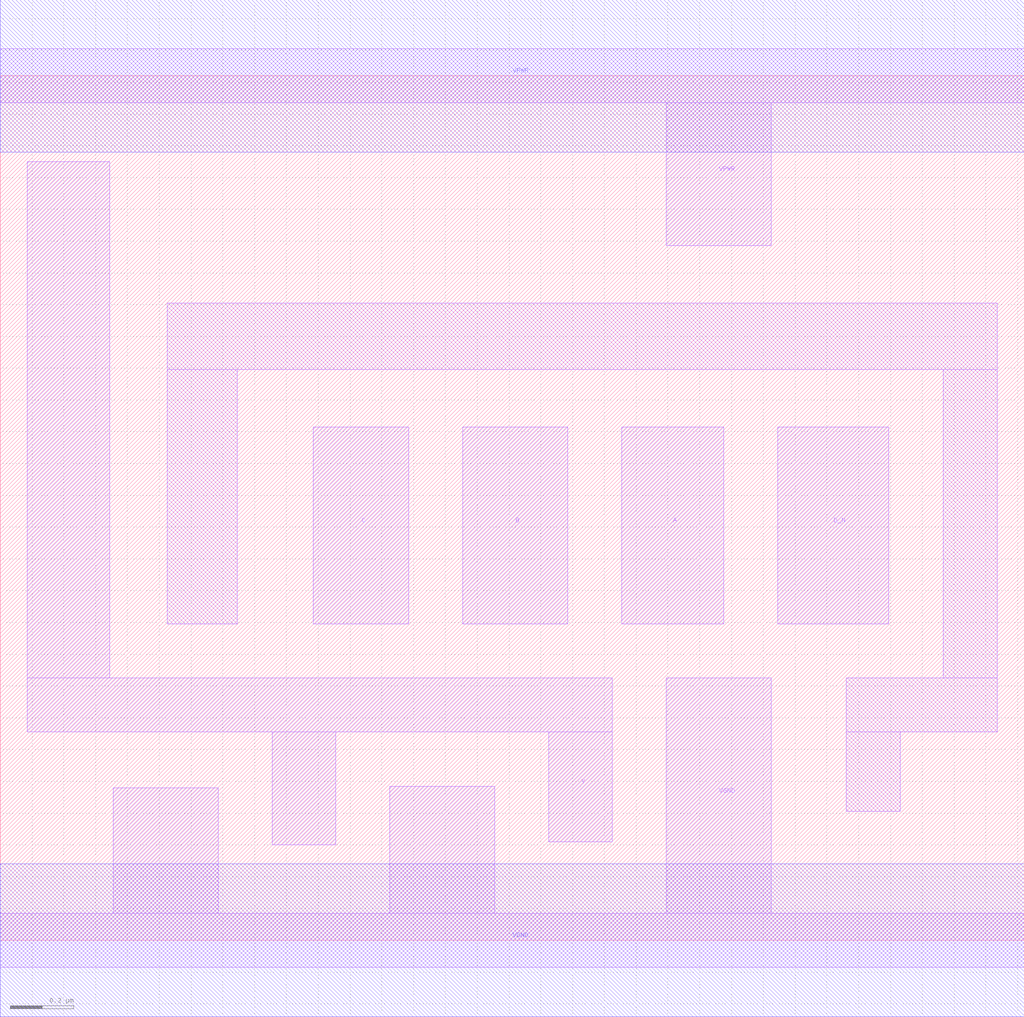
<source format=lef>
# Copyright 2020 The SkyWater PDK Authors
#
# Licensed under the Apache License, Version 2.0 (the "License");
# you may not use this file except in compliance with the License.
# You may obtain a copy of the License at
#
#     https://www.apache.org/licenses/LICENSE-2.0
#
# Unless required by applicable law or agreed to in writing, software
# distributed under the License is distributed on an "AS IS" BASIS,
# WITHOUT WARRANTIES OR CONDITIONS OF ANY KIND, either express or implied.
# See the License for the specific language governing permissions and
# limitations under the License.
#
# SPDX-License-Identifier: Apache-2.0

VERSION 5.5 ;
NAMESCASESENSITIVE ON ;
BUSBITCHARS "[]" ;
DIVIDERCHAR "/" ;
MACRO sky130_fd_sc_hd__nor4b_1
  CLASS CORE ;
  SOURCE USER ;
  ORIGIN  0.000000  0.000000 ;
  SIZE  3.220000 BY  2.720000 ;
  SYMMETRY X Y R90 ;
  SITE unithd ;
  PIN A
    ANTENNAGATEAREA  0.247500 ;
    DIRECTION INPUT ;
    USE SIGNAL ;
    PORT
      LAYER li1 ;
        RECT 1.955000 0.995000 2.275000 1.615000 ;
    END
  END A
  PIN B
    ANTENNAGATEAREA  0.247500 ;
    DIRECTION INPUT ;
    USE SIGNAL ;
    PORT
      LAYER li1 ;
        RECT 1.455000 0.995000 1.785000 1.615000 ;
    END
  END B
  PIN C
    ANTENNAGATEAREA  0.247500 ;
    DIRECTION INPUT ;
    USE SIGNAL ;
    PORT
      LAYER li1 ;
        RECT 0.985000 0.995000 1.285000 1.615000 ;
    END
  END C
  PIN D_N
    ANTENNAGATEAREA  0.126000 ;
    DIRECTION INPUT ;
    USE SIGNAL ;
    PORT
      LAYER li1 ;
        RECT 2.445000 0.995000 2.795000 1.615000 ;
    END
  END D_N
  PIN Y
    ANTENNADIFFAREA  0.871000 ;
    DIRECTION OUTPUT ;
    USE SIGNAL ;
    PORT
      LAYER li1 ;
        RECT 0.085000 0.655000 1.925000 0.825000 ;
        RECT 0.085000 0.825000 0.345000 2.450000 ;
        RECT 0.855000 0.300000 1.055000 0.655000 ;
        RECT 1.725000 0.310000 1.925000 0.655000 ;
    END
  END Y
  PIN VGND
    DIRECTION INOUT ;
    SHAPE ABUTMENT ;
    USE GROUND ;
    PORT
      LAYER li1 ;
        RECT 0.000000 -0.085000 3.220000 0.085000 ;
        RECT 0.355000  0.085000 0.685000 0.480000 ;
        RECT 1.225000  0.085000 1.555000 0.485000 ;
        RECT 2.095000  0.085000 2.425000 0.825000 ;
    END
    PORT
      LAYER met1 ;
        RECT 0.000000 -0.240000 3.220000 0.240000 ;
    END
  END VGND
  PIN VPWR
    DIRECTION INOUT ;
    SHAPE ABUTMENT ;
    USE POWER ;
    PORT
      LAYER li1 ;
        RECT 0.000000 2.635000 3.220000 2.805000 ;
        RECT 2.095000 2.185000 2.425000 2.635000 ;
    END
    PORT
      LAYER met1 ;
        RECT 0.000000 2.480000 3.220000 2.960000 ;
    END
  END VPWR
  OBS
    LAYER li1 ;
      RECT 0.525000 0.995000 0.745000 1.795000 ;
      RECT 0.525000 1.795000 3.135000 2.005000 ;
      RECT 2.660000 0.405000 2.830000 0.655000 ;
      RECT 2.660000 0.655000 3.135000 0.825000 ;
      RECT 2.965000 0.825000 3.135000 1.795000 ;
  END
END sky130_fd_sc_hd__nor4b_1

</source>
